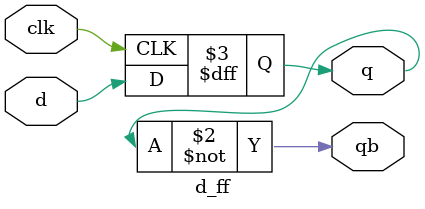
<source format=v>
`timescale 1ns / 1ps


module d_ff(clk,d,q,qb);

        input clk,d;
        output reg q;
        output qb;
        
        always@(posedge clk)
        begin
            q <= d;
        end
        
        assign qb = ~q;
endmodule

</source>
